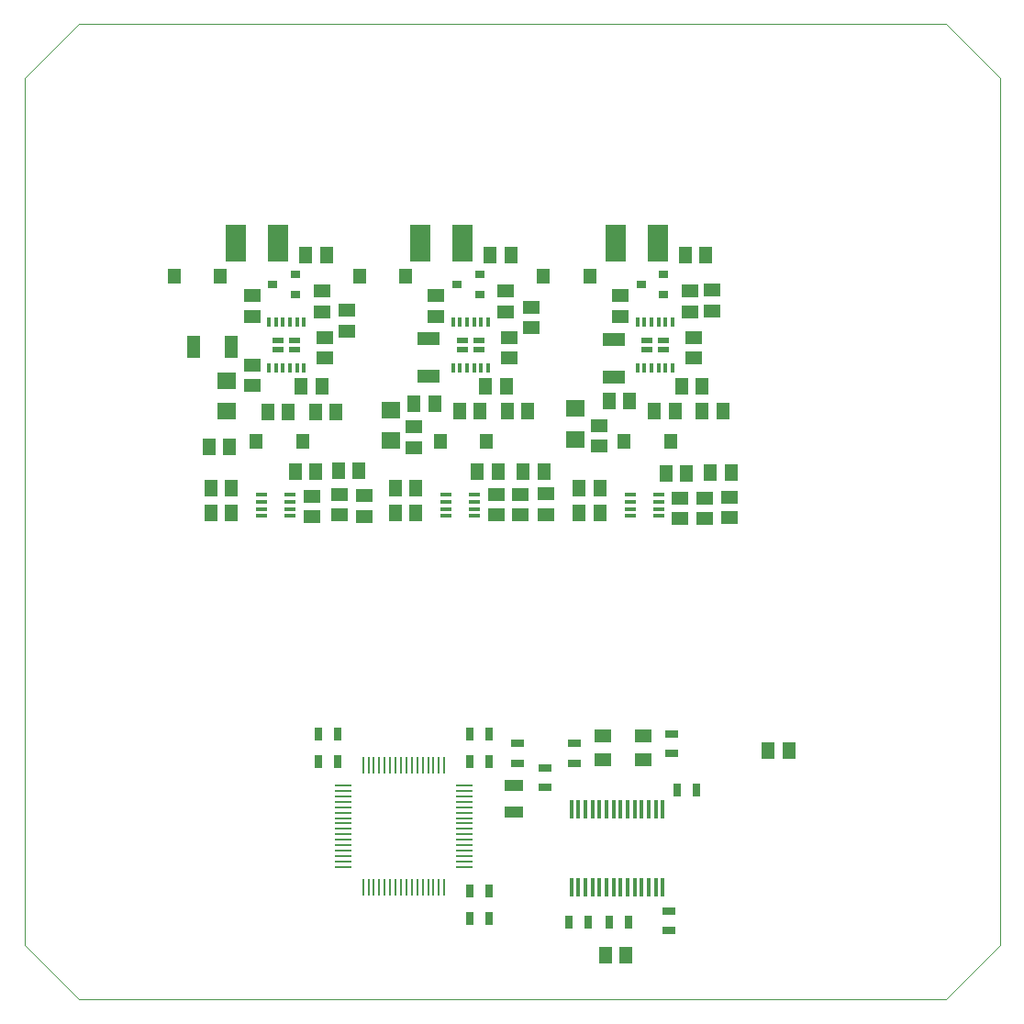
<source format=gtp>
G75*
%MOIN*%
%OFA0B0*%
%FSLAX25Y25*%
%IPPOS*%
%LPD*%
%AMOC8*
5,1,8,0,0,1.08239X$1,22.5*
%
%ADD10R,0.05000X0.08110*%
%ADD11R,0.05906X0.05118*%
%ADD12R,0.05000X0.05787*%
%ADD13R,0.07480X0.13386*%
%ADD14R,0.05118X0.05906*%
%ADD15R,0.01654X0.03500*%
%ADD16R,0.04331X0.02362*%
%ADD17R,0.03937X0.01772*%
%ADD18R,0.03543X0.03150*%
%ADD19R,0.08110X0.05000*%
%ADD20C,0.00000*%
%ADD21R,0.00984X0.06102*%
%ADD22R,0.06102X0.00984*%
%ADD23R,0.01575X0.06890*%
%ADD24R,0.07087X0.03937*%
%ADD25R,0.03150X0.04724*%
%ADD26R,0.04724X0.03150*%
%ADD27R,0.06299X0.04921*%
%ADD28R,0.03937X0.00984*%
%ADD29R,0.00984X0.03937*%
%ADD30R,0.07098X0.06299*%
D10*
X0063119Y0247037D03*
X0076938Y0247037D03*
D11*
X0084477Y0240304D03*
X0084477Y0232824D03*
X0084477Y0258021D03*
X0084477Y0265501D03*
X0109831Y0267155D03*
X0109831Y0259675D03*
X0110934Y0250304D03*
X0110934Y0242824D03*
X0119005Y0252745D03*
X0119005Y0260226D03*
X0151406Y0258021D03*
X0151406Y0265501D03*
X0176761Y0267155D03*
X0185934Y0261407D03*
X0185934Y0253927D03*
X0177863Y0250304D03*
X0177863Y0242824D03*
X0176761Y0259675D03*
X0218335Y0258021D03*
X0218335Y0265501D03*
X0243690Y0267155D03*
X0251682Y0267509D03*
X0251682Y0260029D03*
X0243690Y0259675D03*
X0244792Y0250304D03*
X0244792Y0242824D03*
X0210461Y0218257D03*
X0210461Y0210777D03*
X0191170Y0193454D03*
X0191170Y0185974D03*
X0181918Y0185777D03*
X0181918Y0193257D03*
X0173257Y0193257D03*
X0173257Y0185777D03*
X0143139Y0210383D03*
X0143139Y0217864D03*
X0125422Y0192864D03*
X0125422Y0185383D03*
X0116170Y0185777D03*
X0116170Y0193257D03*
X0106131Y0192667D03*
X0106131Y0185186D03*
X0239989Y0184596D03*
X0239989Y0192076D03*
X0248847Y0192076D03*
X0248847Y0184596D03*
X0258099Y0184793D03*
X0258099Y0192273D03*
D12*
X0236682Y0212549D03*
X0219753Y0212549D03*
X0169753Y0212549D03*
X0152824Y0212549D03*
X0102824Y0212549D03*
X0085894Y0212549D03*
X0073060Y0272745D03*
X0056131Y0272745D03*
X0123454Y0272745D03*
X0140383Y0272745D03*
X0190383Y0272745D03*
X0207312Y0272745D03*
D13*
X0216524Y0284635D03*
X0231879Y0284635D03*
X0161013Y0284635D03*
X0145658Y0284635D03*
X0094083Y0284635D03*
X0078729Y0284635D03*
D14*
X0104044Y0280226D03*
X0111524Y0280226D03*
X0109871Y0232627D03*
X0102391Y0232627D03*
X0097666Y0223178D03*
X0090186Y0223178D03*
X0076406Y0210580D03*
X0068926Y0210580D03*
X0069517Y0195619D03*
X0076997Y0195619D03*
X0076997Y0186761D03*
X0069517Y0186761D03*
X0100225Y0201722D03*
X0107706Y0201722D03*
X0115776Y0201919D03*
X0123257Y0201919D03*
X0136446Y0195619D03*
X0143926Y0195619D03*
X0143926Y0186761D03*
X0136446Y0186761D03*
X0166367Y0201722D03*
X0173847Y0201722D03*
X0183099Y0201722D03*
X0190580Y0201722D03*
X0203375Y0195619D03*
X0210855Y0195619D03*
X0210855Y0186761D03*
X0203375Y0186761D03*
X0234871Y0200934D03*
X0242351Y0200934D03*
X0251013Y0201328D03*
X0258493Y0201328D03*
X0255540Y0223572D03*
X0248060Y0223572D03*
X0248060Y0232627D03*
X0240580Y0232627D03*
X0238217Y0223572D03*
X0230737Y0223572D03*
X0221682Y0227115D03*
X0214202Y0227115D03*
X0184674Y0223572D03*
X0177194Y0223572D03*
X0176800Y0232627D03*
X0169320Y0232627D03*
X0167351Y0223572D03*
X0159871Y0223572D03*
X0150816Y0226328D03*
X0143335Y0226328D03*
X0114989Y0223178D03*
X0107509Y0223178D03*
X0170973Y0280226D03*
X0178454Y0280226D03*
X0241839Y0280226D03*
X0249320Y0280226D03*
X0272057Y0100312D03*
X0279537Y0100312D03*
X0220428Y0025835D03*
X0212947Y0025835D03*
D15*
X0224457Y0239281D03*
X0227017Y0239281D03*
X0229576Y0239281D03*
X0232135Y0239281D03*
X0234694Y0239281D03*
X0237253Y0239281D03*
X0237253Y0255816D03*
X0234694Y0255816D03*
X0232135Y0255816D03*
X0229576Y0255816D03*
X0227017Y0255816D03*
X0224457Y0255816D03*
X0170324Y0255816D03*
X0167765Y0255816D03*
X0165206Y0255816D03*
X0162646Y0255816D03*
X0160087Y0255816D03*
X0157528Y0255816D03*
X0157528Y0239281D03*
X0160087Y0239281D03*
X0162646Y0239281D03*
X0165206Y0239281D03*
X0167765Y0239281D03*
X0170324Y0239281D03*
X0103394Y0239281D03*
X0100835Y0239281D03*
X0098276Y0239281D03*
X0095717Y0239281D03*
X0093158Y0239281D03*
X0090599Y0239281D03*
X0090599Y0255816D03*
X0093158Y0255816D03*
X0095717Y0255816D03*
X0098276Y0255816D03*
X0100835Y0255816D03*
X0103394Y0255816D03*
D16*
X0099950Y0249123D03*
X0099950Y0245974D03*
X0094044Y0245974D03*
X0094044Y0249123D03*
X0160973Y0249123D03*
X0160973Y0245974D03*
X0166879Y0245974D03*
X0166879Y0249123D03*
X0227902Y0249123D03*
X0227902Y0245974D03*
X0233808Y0245974D03*
X0233808Y0249123D03*
D17*
X0232115Y0193159D03*
X0232115Y0190600D03*
X0232115Y0188041D03*
X0232115Y0185482D03*
X0221879Y0185482D03*
X0221879Y0188041D03*
X0221879Y0190600D03*
X0221879Y0193159D03*
X0165186Y0193159D03*
X0165186Y0190600D03*
X0165186Y0188041D03*
X0165186Y0185482D03*
X0154950Y0185482D03*
X0154950Y0188041D03*
X0154950Y0190600D03*
X0154950Y0193159D03*
X0098257Y0193159D03*
X0098257Y0190600D03*
X0098257Y0188041D03*
X0098257Y0185482D03*
X0088020Y0185482D03*
X0088020Y0188041D03*
X0088020Y0190600D03*
X0088020Y0193159D03*
D18*
X0100225Y0265895D03*
X0100225Y0273375D03*
X0091957Y0269635D03*
X0158887Y0269635D03*
X0167154Y0265895D03*
X0167154Y0273375D03*
X0225816Y0269635D03*
X0234083Y0265895D03*
X0234083Y0273375D03*
D19*
X0215816Y0249655D03*
X0215816Y0235836D03*
X0148493Y0236230D03*
X0148493Y0250049D03*
D20*
X0021485Y0009793D02*
X0336446Y0009793D01*
X0356131Y0029478D01*
X0356131Y0344438D01*
X0336446Y0364123D01*
X0021485Y0364123D01*
X0001800Y0344438D01*
X0001800Y0029478D01*
X0021485Y0009793D01*
D21*
X0124831Y0050738D03*
X0126800Y0050738D03*
X0128769Y0050738D03*
X0130737Y0050738D03*
X0132706Y0050738D03*
X0134674Y0050738D03*
X0136643Y0050738D03*
X0138611Y0050738D03*
X0140580Y0050738D03*
X0142548Y0050738D03*
X0144517Y0050738D03*
X0146485Y0050738D03*
X0148454Y0050738D03*
X0150422Y0050738D03*
X0152391Y0050738D03*
X0154359Y0050738D03*
X0154359Y0094832D03*
X0152391Y0094832D03*
X0150422Y0094832D03*
X0148454Y0094832D03*
X0146485Y0094832D03*
X0144517Y0094832D03*
X0142548Y0094832D03*
X0140580Y0094832D03*
X0138611Y0094832D03*
X0136643Y0094832D03*
X0134674Y0094832D03*
X0132706Y0094832D03*
X0130737Y0094832D03*
X0128769Y0094832D03*
X0126800Y0094832D03*
X0124831Y0094832D03*
D22*
X0117548Y0087549D03*
X0117548Y0085580D03*
X0117548Y0083612D03*
X0117548Y0081643D03*
X0117548Y0079675D03*
X0117548Y0077706D03*
X0117548Y0075738D03*
X0117548Y0073769D03*
X0117548Y0071801D03*
X0117548Y0069832D03*
X0117548Y0067864D03*
X0117548Y0065895D03*
X0117548Y0063927D03*
X0117548Y0061958D03*
X0117548Y0059989D03*
X0117548Y0058021D03*
X0161643Y0058021D03*
X0161643Y0059989D03*
X0161643Y0061958D03*
X0161643Y0063927D03*
X0161643Y0065895D03*
X0161643Y0067864D03*
X0161643Y0069832D03*
X0161643Y0071801D03*
X0161643Y0073769D03*
X0161643Y0075738D03*
X0161643Y0077706D03*
X0161643Y0079675D03*
X0161643Y0081643D03*
X0161643Y0083612D03*
X0161643Y0085580D03*
X0161643Y0087549D03*
D23*
X0200461Y0079084D03*
X0203020Y0079084D03*
X0205580Y0079084D03*
X0208139Y0079084D03*
X0210698Y0079084D03*
X0213257Y0079084D03*
X0215816Y0079084D03*
X0218375Y0079084D03*
X0220934Y0079084D03*
X0223493Y0079084D03*
X0226052Y0079084D03*
X0228611Y0079084D03*
X0231170Y0079084D03*
X0233729Y0079084D03*
X0233729Y0050738D03*
X0231170Y0050738D03*
X0228611Y0050738D03*
X0226052Y0050738D03*
X0223493Y0050738D03*
X0220934Y0050738D03*
X0218375Y0050738D03*
X0215816Y0050738D03*
X0213257Y0050738D03*
X0210698Y0050738D03*
X0208139Y0050738D03*
X0205580Y0050738D03*
X0203020Y0050738D03*
X0200461Y0050738D03*
D24*
X0179595Y0077864D03*
X0179595Y0087706D03*
D25*
X0170619Y0096407D03*
X0163532Y0096407D03*
X0163532Y0106249D03*
X0170619Y0106249D03*
X0115658Y0106249D03*
X0108572Y0106249D03*
X0108572Y0096407D03*
X0115658Y0096407D03*
X0163532Y0049163D03*
X0170619Y0049163D03*
X0170619Y0039320D03*
X0163532Y0039320D03*
X0199615Y0037844D03*
X0206702Y0037844D03*
X0214221Y0037844D03*
X0221308Y0037844D03*
X0238828Y0086072D03*
X0245914Y0086072D03*
D26*
X0237036Y0099340D03*
X0237036Y0106427D03*
X0201603Y0102824D03*
X0201603Y0095738D03*
X0190776Y0093966D03*
X0190776Y0086879D03*
X0180934Y0095738D03*
X0180934Y0102824D03*
X0236052Y0041958D03*
X0236052Y0034871D03*
D27*
X0226524Y0096919D03*
X0226524Y0105580D03*
X0211957Y0105580D03*
X0211957Y0096919D03*
D28*
X0236052Y0042667D03*
D29*
X0213906Y0037844D03*
X0238513Y0086072D03*
X0162840Y0106180D03*
X0116121Y0106380D03*
X0162762Y0039315D03*
D30*
X0134871Y0212856D03*
X0134871Y0224052D03*
X0075422Y0223486D03*
X0075422Y0234682D03*
X0201800Y0224446D03*
X0201800Y0213249D03*
M02*

</source>
